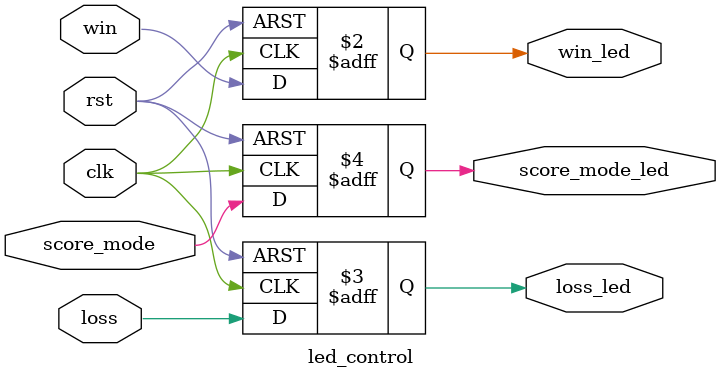
<source format=v>
`timescale 1ns / 1ps

module led_control(
    input clk,
    input rst,
    input win,
    input loss,
    input score_mode,
    output reg win_led,
    output reg loss_led,
    output reg score_mode_led
);

    always @(posedge clk or posedge rst) begin
        if (rst) begin
            win_led <= 0;
            loss_led <= 0;
            score_mode_led <= 0;
        end else begin
            win_led <= win;
            loss_led <= loss;
            score_mode_led <= score_mode;
        end
    end
endmodule

</source>
